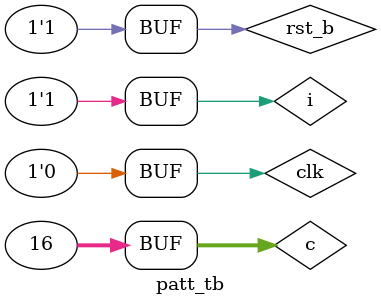
<source format=v>
module patt(
  input i, clk, rst_b,
  output reg o
);

localparam S0_ST = 2'b00;
localparam S1_ST = 2'b01;
localparam S2_ST = 2'b10;
localparam S3_ST = 2'b11;

reg [1:0] st, st_nxt;

always @(*) begin
  case(st)
    S0_ST: if(i == 0) st_nxt = S0_ST; else st_nxt = S1_ST;
    S1_ST: if(i == 0) st_nxt = S2_ST; else st_nxt = S1_ST;
    S2_ST: if(i == 0) st_nxt = S0_ST; else st_nxt = S3_ST;
    S3_ST: if(i == 0) st_nxt = S0_ST; else st_nxt = S1_ST;
  endcase
end

always @(*) begin
  o = 0;
  case(st)
    S0_ST: if(i == 0) o = 0; else o = 0;
    S1_ST: if(i == 0) o = 0; else o = 0;
    S2_ST: if(i == 0) o = 0; else o = 0;
    S3_ST: if(i == 0) o = 0; else o = 1;
  endcase
end

always @(posedge clk or negedge rst_b) begin
  if(!rst_b) st <= S0_ST;
else st <= st_nxt;
end

endmodule

module patt_tb;
reg clk, rst_b, i;
wire o;

patt cut(
  .clk(clk),
  .rst_b(rst_b),
  .i(i),
  .o(o)
);  

initial begin
  clk = 0;
  rst_b = 0;
  i = 1;
end

integer c;

initial begin
  for(c = 1; c <=15; c = c + 1) begin
    #50; clk = ~clk;
  end
end

initial begin
  #25; rst_b = 1;
end

initial begin
  #100; i = 0;
  #100; i = 1;
  #200; i = 0;
  #100; i = 1;
end

endmodule
</source>
